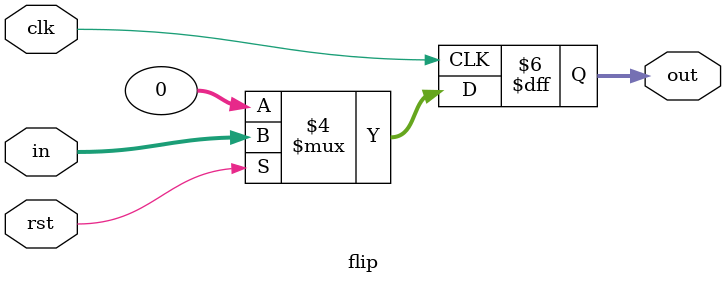
<source format=sv>
`timescale 1ns / 1ps


module flip #(parameter Width = 32)(
    input clk,
    input rst,
    input [Width-1 : 0] in,
    output logic [Width-1 : 0] out
    );
    
    always_ff @(posedge clk) begin
        if(!rst) out <= '0;
        else out <= in;
    end
endmodule: flip

</source>
